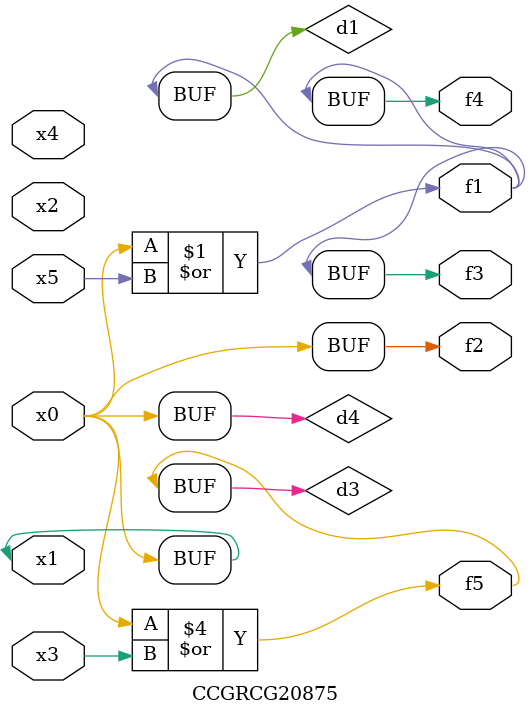
<source format=v>
module CCGRCG20875(
	input x0, x1, x2, x3, x4, x5,
	output f1, f2, f3, f4, f5
);

	wire d1, d2, d3, d4;

	or (d1, x0, x5);
	xnor (d2, x1, x4);
	or (d3, x0, x3);
	buf (d4, x0, x1);
	assign f1 = d1;
	assign f2 = d4;
	assign f3 = d1;
	assign f4 = d1;
	assign f5 = d3;
endmodule

</source>
